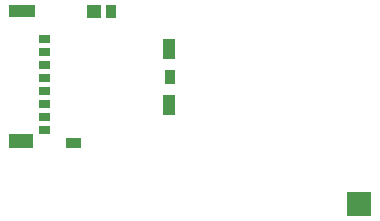
<source format=gbr>
G04 start of page 16 for group -4014 idx -4014 *
G04 Title: (unknown), bottompaste *
G04 Creator: pcb 20140316 *
G04 CreationDate: jeu. 05 févr. 2015 15:41:37 GMT UTC *
G04 For: clement *
G04 Format: Gerber/RS-274X *
G04 PCB-Dimensions (mil): 3287.40 1358.27 *
G04 PCB-Coordinate-Origin: lower left *
%MOIN*%
%FSLAX25Y25*%
%LNBOTTOMPASTE*%
%ADD222R,0.0276X0.0276*%
%ADD221R,0.0469X0.0469*%
%ADD220R,0.0346X0.0346*%
%ADD219R,0.0406X0.0406*%
%ADD218R,0.0354X0.0354*%
%ADD217R,0.0413X0.0413*%
%ADD216R,0.0374X0.0374*%
%ADD215C,0.0001*%
G54D215*G36*
X122047Y42323D02*Y34449D01*
X129921D01*
Y42323D01*
X122047D01*
G37*
G54D216*X11240Y102657D02*X16043D01*
G54D217*X37461Y102461D02*X38051D01*
G54D218*X43307Y102756D02*Y102165D01*
G54D219*X62657Y91476D02*Y88839D01*
G54D220*X62953Y81339D02*Y80079D01*
G54D219*X62657Y72579D02*Y69941D01*
G54D220*X30000Y58622D02*X31457D01*
G54D221*X11713Y59232D02*X15020D01*
G54D222*X20630Y93307D02*X21614D01*
X20630Y88976D02*X21614D01*
X20630Y84646D02*X21614D01*
X20630Y80315D02*X21614D01*
X20630Y75984D02*X21614D01*
X20630Y71654D02*X21614D01*
X20630Y67323D02*X21614D01*
X20630Y62992D02*X21614D01*
M02*

</source>
